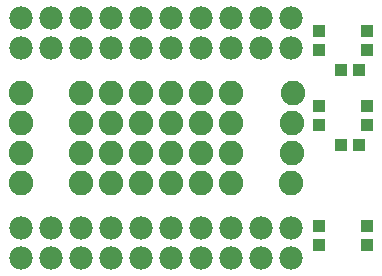
<source format=gts>
G75*
%MOIN*%
%OFA0B0*%
%FSLAX25Y25*%
%IPPOS*%
%LPD*%
%AMOC8*
5,1,8,0,0,1.08239X$1,22.5*
%
%ADD10C,0.07800*%
%ADD11C,0.08200*%
%ADD12R,0.04343X0.04343*%
%ADD13R,0.03950X0.03950*%
D10*
X0011800Y0013983D03*
X0021800Y0013983D03*
X0031800Y0013983D03*
X0041800Y0013983D03*
X0051800Y0013983D03*
X0061800Y0013983D03*
X0071800Y0013983D03*
X0081800Y0013983D03*
X0091800Y0013983D03*
X0101800Y0013983D03*
X0101800Y0023933D03*
X0091800Y0023933D03*
X0081800Y0023933D03*
X0071800Y0023933D03*
X0061800Y0023933D03*
X0051800Y0023933D03*
X0041800Y0023933D03*
X0031800Y0023933D03*
X0021800Y0023933D03*
X0011800Y0023933D03*
X0011800Y0084033D03*
X0021800Y0084033D03*
X0031800Y0084033D03*
X0041800Y0084033D03*
X0051800Y0084033D03*
X0061800Y0084033D03*
X0071800Y0084033D03*
X0081800Y0084033D03*
X0091800Y0084033D03*
X0101800Y0084033D03*
X0101800Y0093983D03*
X0091800Y0093983D03*
X0081800Y0093983D03*
X0071800Y0093983D03*
X0061800Y0093983D03*
X0051800Y0093983D03*
X0041800Y0093983D03*
X0031800Y0093983D03*
X0021800Y0093983D03*
X0011800Y0093983D03*
D11*
X0011800Y0068933D03*
X0011800Y0058933D03*
X0011800Y0048933D03*
X0011800Y0038933D03*
X0031800Y0038933D03*
X0041800Y0038933D03*
X0051800Y0038933D03*
X0061800Y0038933D03*
X0071800Y0038933D03*
X0081800Y0038933D03*
X0081800Y0048933D03*
X0071800Y0048933D03*
X0061800Y0048933D03*
X0051800Y0048933D03*
X0041800Y0048933D03*
X0031800Y0048933D03*
X0031800Y0058933D03*
X0041800Y0058933D03*
X0051800Y0058933D03*
X0061800Y0058933D03*
X0071800Y0058933D03*
X0081800Y0058933D03*
X0081800Y0068933D03*
X0071800Y0068933D03*
X0061800Y0068933D03*
X0051800Y0068933D03*
X0041800Y0068933D03*
X0031800Y0068933D03*
X0102149Y0058930D03*
X0101975Y0048932D03*
X0101800Y0038933D03*
X0102324Y0068928D03*
D12*
X0110829Y0064633D03*
X0110829Y0058333D03*
X0126971Y0058333D03*
X0126971Y0064633D03*
X0126971Y0083333D03*
X0126971Y0089633D03*
X0110829Y0089633D03*
X0110829Y0083333D03*
X0110829Y0024633D03*
X0110829Y0018333D03*
X0126971Y0018333D03*
X0126971Y0024633D03*
D13*
X0124400Y0051483D03*
X0118400Y0051483D03*
X0118400Y0076483D03*
X0124400Y0076483D03*
M02*

</source>
